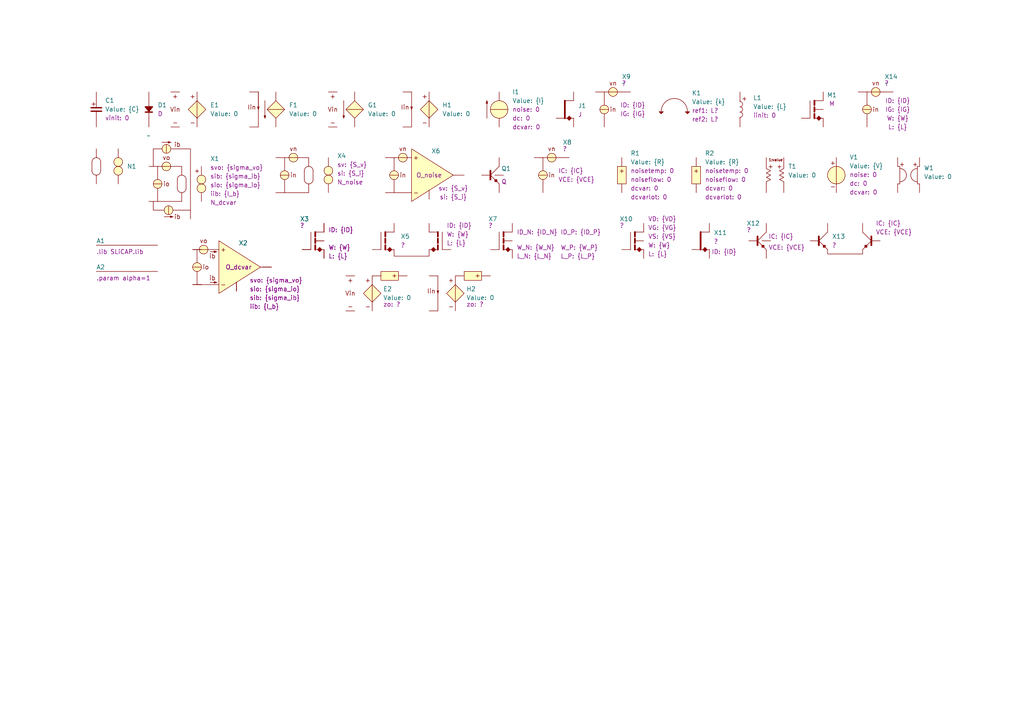
<source format=kicad_sch>
(kicad_sch (version 20230121) (generator eeschema)
  (paper "A4")
  (title_block (title "SLiCAP symbols"))
  (lib_symbols
    (symbol "SLiCAP:C" (pin_numbers hide) (pin_names (offset 1.016) hide)
      (property "Reference" "C?" (at 2.54 3.81 0))
      (property "Value" "{C}" (at 2.54 1.27 0) (show_name))
      (property "vinit" "0" (at 2.54 -1.27 0) (show_name))
      (symbol "C_0_0"
        (text "+" (at -0.762 1.651 0) (effects (font (size 1.27 1.27))))
        (pin passive line (at 0 -5.08 90) (length 2.54) (name "1") (number "1"))
        (pin passive line (at 0 5.08 270) (length 2.54) (name "2") (number "2"))
      )
      (symbol "C_0_1"
        (polyline (pts (xy -1.524 -0.508) (xy 1.524 -0.508)) (stroke (width 0.381)))
        (polyline (pts (xy -1.524 0.508) (xy 1.524 0.508)) (stroke (width 0.381)))
        (polyline (pts (xy 0 -2.54) (xy 0 -0.508)))
        (polyline (pts (xy 0 2.54) (xy 0 0.508)))
      )
    )
    (symbol "SLiCAP:Command" (pin_numbers hide) (pin_names (offset 0) hide)
      (property "Reference" "A?" (at 0 1.27 0))
      (property "command" "?" (at 0 -1.905 0))
      (symbol "Command_0_1"
        (polyline (pts (xy 0 0) (xy 17.78 0)))
      )
    )
    (symbol "SLiCAP:D" (pin_numbers hide) (pin_names (offset 1.016) hide)
      (property "Reference" "D?" (at 1.905 1.27 0))
      (property "model" "D" (at 1.905 -1.27 0))
      (symbol "D_0_0"
        (pin passive line (at 0 -5.08 90) (length 2.54) (name "1") (number "1"))
        (pin passive line (at 0 5.08 270) (length 2.54) (name "2") (number "2"))
      )
      (symbol "D_0_1"
        (polyline (pts (xy -1.016 -0.762) (xy 1.016 -0.762)) (stroke (width 0.381)))
        (polyline (pts (xy 0 -2.54) (xy 0 -0.508)))
        (polyline (pts (xy 0 2.54) (xy 0 0.762) (xy 0 1.016)))
        (polyline (pts (xy 0 -0.508) (xy -1.016 0.762) (xy 1.016 0.762) (xy 0 -0.508)) (stroke (width 0.381)) (fill (type outline)))
      )
    )
    (symbol "SLiCAP:E" (pin_numbers hide) (pin_names (offset 0) hide)
      (property "Reference" "E?" (at 3.175 1.27 0))
      (property "Value" "0" (at 3.175 -1.27 0) (show_name))
      (symbol "E_0_0"
        (text "+" (at -6.35 3.81 0) (effects (font (size 1.27 1.27))))
        (text "+" (at -1.27 3.81 0) (effects (font (size 1.27 1.27))))
        (text "-" (at -6.35 -3.81 0) (effects (font (size 1.27 1.27))))
        (text "-" (at -1.27 -3.81 0) (effects (font (size 1.27 1.27))))
      )
      (symbol "E_0_1"
        (polyline (pts (xy 0 2.54) (xy 0 -2.54)))
      )
      (symbol "E_1_0"
        (pin power_out line (at 0 5.08 270) (length 2.54) (name "outP") (number "1"))
        (pin power_out line (at 0 -5.08 90) (length 2.54) (name "outN") (number "2"))
      )
      (symbol "E_1_1"
        (polyline (pts (xy 0 2.54) (xy -2.54 0) (xy 0 -2.54) (xy 2.54 0) (xy 0 2.54)) (fill (type background)))
        (text "Vin" (at -6.35 0 0) (effects (font (size 1.27 1.27))))
        (pin input line (at -7.62 5.08 0) (length 2.54) (name "inp") (number "3"))
        (pin input line (at -7.62 -5.08 0) (length 2.54) (name "inN") (number "4"))
      )
    )
    (symbol "SLiCAP:EZ" (pin_numbers hide) (pin_names (offset 0) hide)
      (property "Reference" "E?" (at 3.175 1.27 0))
      (property "Value" "0" (at 3.175 -1.27 0) (show_name))
      (property "zo" "?" (at 3.175 -3.175 0) (show_name))
      (symbol "EZ_0_0"
        (text "+" (at -6.35 3.81 0) (effects (font (size 1.27 1.27))))
        (text "+" (at -1.27 3.81 0) (effects (font (size 1.27 1.27))))
        (text "+" (at 6.35 5.08 900) (effects (font (size 1.27 1.27))))
        (text "-" (at -6.35 -3.81 0) (effects (font (size 1.27 1.27))))
        (text "-" (at -1.27 -3.81 0) (effects (font (size 1.27 1.27))))
      )
      (symbol "EZ_0_1"
        (polyline (pts (xy 0 2.54) (xy 0 -2.54)))
        (polyline (pts (xy 0 2.54) (xy 0 5.08) (xy 2.54 5.08)))
      )
      (symbol "EZ_1_0"
        (pin power_out line (at 10.16 5.08 180) (length 2.54) (name "outP") (number "1"))
        (pin power_out line (at 0 -5.08 90) (length 2.54) (name "outN") (number "2"))
      )
      (symbol "EZ_1_1"
        (polyline (pts (xy 0 2.54) (xy -2.54 0) (xy 0 -2.54) (xy 2.54 0) (xy 0 2.54)) (fill (type background)))
        (rectangle (start 2.54 6.35) (end 7.62 3.81) (fill (type background)))
        (text "Vin" (at -6.35 0 0) (effects (font (size 1.27 1.27))))
        (pin input line (at -7.62 5.08 0) (length 2.54) (name "inp") (number "3"))
        (pin input line (at -7.62 -5.08 0) (length 2.54) (name "inN") (number "4"))
      )
    )
    (symbol "SLiCAP:F" (pin_numbers hide) (pin_names (offset 0) hide)
      (property "Reference" "F?" (at 3.175 1.27 0))
      (property "Value" "0" (at 3.175 -1.27 0) (show_name))
      (symbol "F_0_1"
        (polyline (pts (xy -5.08 0) (xy -5.08 5.08)))
        (polyline (pts (xy -5.08 5.08) (xy -5.08 -5.08)))
        (polyline (pts (xy -3.175 -2.54) (xy -3.175 2.54)))
        (polyline (pts (xy -2.54 0) (xy 2.54 0)))
        (polyline (pts (xy -5.08 0) (xy -5.334 0.762) (xy -4.826 0.762) (xy -5.08 0)) (fill (type outline)))
        (polyline (pts (xy -3.175 -2.54) (xy -3.429 -1.778) (xy -2.921 -1.778) (xy -3.175 -2.54)) (fill (type outline)))
      )
      (symbol "F_1_0"
        (pin power_out line (at 0 5.08 270) (length 2.54) (name "outP") (number "1"))
        (pin power_out line (at 0 -5.08 90) (length 2.54) (name "outN") (number "2"))
      )
      (symbol "F_1_1"
        (polyline (pts (xy 0 2.54) (xy -2.54 0) (xy 0 -2.54) (xy 2.54 0) (xy 0 2.54)) (fill (type background)))
        (text "Iin" (at -6.985 0.635 0) (effects (font (size 1.27 1.27))))
        (pin input line (at -7.62 5.08 0) (length 2.54) (name "inp") (number "3"))
        (pin input line (at -7.62 -5.08 0) (length 2.54) (name "inN") (number "4"))
      )
    )
    (symbol "SLiCAP:G" (pin_numbers hide) (pin_names (offset 0) hide)
      (property "Reference" "G?" (at 3.175 1.27 0))
      (property "Value" "0" (at 3.175 -1.27 0) (show_name))
      (symbol "G_0_0"
        (text "+" (at -6.35 3.81 0) (effects (font (size 1.27 1.27))))
        (text "-" (at -6.35 -3.81 0) (effects (font (size 1.27 1.27))))
        (pin power_out line (at 0 5.08 270) (length 2.54) (name "p") (number "1"))
      )
      (symbol "G_0_1"
        (polyline (pts (xy -3.175 -2.54) (xy -3.175 2.54)))
        (polyline (pts (xy 2.54 0) (xy -2.54 0)))
        (polyline (pts (xy -3.175 -2.54) (xy -3.429 -1.778) (xy -2.921 -1.778) (xy -3.175 -2.54)) (fill (type outline)))
      )
      (symbol "G_1_0"
        (pin power_out line (at 0 -5.08 90) (length 2.54) (name "outN") (number "2"))
      )
      (symbol "G_1_1"
        (polyline (pts (xy 0 2.54) (xy -2.54 0) (xy 0 -2.54) (xy 2.54 0) (xy 0 2.54)) (fill (type background)))
        (text "Vin" (at -6.35 0 0) (effects (font (size 1.27 1.27))))
        (pin input line (at -7.62 5.08 0) (length 2.54) (name "inp") (number "3"))
        (pin input line (at -7.62 -5.08 0) (length 2.54) (name "inN") (number "4"))
      )
    )
    (symbol "SLiCAP:H" (pin_numbers hide) (pin_names (offset 0) hide)
      (property "Reference" "H?" (at 3.175 1.27 0))
      (property "Value" "0" (at 3.175 -1.27 0) (show_name))
      (symbol "H_0_0"
        (text "+" (at -1.27 3.81 0) (effects (font (size 1.27 1.27))))
        (text "-" (at -1.27 -3.81 0) (effects (font (size 1.27 1.27))))
      )
      (symbol "H_0_1"
        (polyline (pts (xy -5.08 0) (xy -5.08 -5.08)))
        (polyline (pts (xy -5.08 0) (xy -5.08 5.08)))
        (polyline (pts (xy 0 2.54) (xy 0 -2.54)))
        (polyline (pts (xy -5.08 0) (xy -5.334 0.762) (xy -4.826 0.762) (xy -5.08 0)) (fill (type outline)))
      )
      (symbol "H_1_0"
        (pin power_out line (at 0 5.08 270) (length 2.54) (name "outP") (number "1"))
        (pin power_out line (at 0 -5.08 90) (length 2.54) (name "outN") (number "2"))
      )
      (symbol "H_1_1"
        (polyline (pts (xy 0 2.54) (xy -2.54 0) (xy 0 -2.54) (xy 2.54 0) (xy 0 2.54)) (fill (type background)))
        (text "Iin" (at -6.985 0.635 0) (effects (font (size 1.27 1.27))))
        (pin input line (at -7.62 5.08 0) (length 2.54) (name "inp") (number "3"))
        (pin input line (at -7.62 -5.08 0) (length 2.54) (name "inN") (number "4"))
      )
    )
    (symbol "SLiCAP:HZ" (pin_numbers hide) (pin_names (offset 0) hide)
      (property "Reference" "H?" (at 3.175 1.27 0))
      (property "Value" "0" (at 3.175 -1.27 0) (show_name))
      (property "zo" "?" (at 3.175 -3.175 0) (show_name))
      (symbol "HZ_0_0"
        (text "+" (at -1.27 3.81 0) (effects (font (size 1.27 1.27))))
        (text "+" (at 6.35 5.08 900) (effects (font (size 1.27 1.27))))
        (text "-" (at -1.27 -3.81 0) (effects (font (size 1.27 1.27))))
      )
      (symbol "HZ_0_1"
        (polyline (pts (xy -5.08 0) (xy -5.08 -5.08)))
        (polyline (pts (xy -5.08 0) (xy -5.08 5.08)))
        (polyline (pts (xy 0 2.54) (xy 0 -2.54)))
        (polyline (pts (xy 0 2.54) (xy 0 5.08) (xy 2.54 5.08)))
        (polyline (pts (xy -5.08 0) (xy -5.334 0.762) (xy -4.826 0.762) (xy -5.08 0)) (fill (type outline)))
      )
      (symbol "HZ_1_0"
        (pin power_out line (at 10.16 5.08 180) (length 2.54) (name "outP") (number "1"))
        (pin power_out line (at 0 -5.08 90) (length 2.54) (name "outN") (number "2"))
      )
      (symbol "HZ_1_1"
        (polyline (pts (xy 0 2.54) (xy -2.54 0) (xy 0 -2.54) (xy 2.54 0) (xy 0 2.54)) (fill (type background)))
        (rectangle (start 2.54 6.35) (end 7.62 3.81) (fill (type background)))
        (text "Iin" (at -6.985 0.635 0) (effects (font (size 1.27 1.27))))
        (pin input line (at -7.62 5.08 0) (length 2.54) (name "inp") (number "3"))
        (pin input line (at -7.62 -5.08 0) (length 2.54) (name "inN") (number "4"))
      )
    )
    (symbol "SLiCAP:I" (pin_numbers hide) (pin_names (offset 0) hide)
      (property "Reference" "I?" (at 3.81 4.445 0))
      (property "Value" "{I}" (at 3.81 2.54 0) (show_name))
      (property "noise" "0" (at 3.81 -3.175 0) (show_name))
      (property "dc" "0" (at 3.81 0.635 0) (show_name))
      (property "dcvar" "0" (at 3.81 -1.27 0) (show_name))
      (symbol "I_0_0"
        (pin power_out line (at 0 5.08 270) (length 2.54) (name "p") (number "1"))
        (pin power_out line (at 0 -5.08 90) (length 2.54) (name "n") (number "2"))
      )
      (symbol "I_0_1"
        (polyline (pts (xy -3.556 2.54) (xy -3.556 -2.54)))
        (polyline (pts (xy -2.54 0) (xy 2.54 0)))
        (polyline (pts (xy -3.556 2.54) (xy -3.81 1.778) (xy -3.302 1.778) (xy -3.556 2.54)) (fill (type outline)))
      )
      (symbol "I_1_0"
        (circle (center 0 0) (radius 2.54) (fill (type background)))
      )
    )
    (symbol "SLiCAP:J" (pin_numbers hide) (pin_names (offset 0) hide)
      (property "Reference" "J?" (at 0.635 1.27 0))
      (property "model" "J" (at 0.635 -1.27 0))
      (symbol "J_0_1"
        (polyline (pts (xy -1.905 -2.54) (xy -1.27 -1.905) (xy -1.27 -3.175) (xy -1.905 -2.54)) (fill (type outline)))
        (polyline (pts (xy -0.635 -2.54) (xy -1.27 -1.905) (xy -1.27 -3.175) (xy -0.635 -2.54)) (fill (type outline)))
      )
      (symbol "J_1_0"
        (pin unspecified line (at 0 5.08 270) (length 2.54) (name "D") (number "1"))
        (pin unspecified line (at -5.08 -2.54 0) (length 2.54) (name "G") (number "2"))
        (pin unspecified line (at 0 -5.08 90) (length 2.54) (name "S") (number "3"))
      )
      (symbol "J_1_1"
        (polyline (pts (xy -2.54 -2.54) (xy -2.54 2.54)) (stroke (width 0.5)))
        (polyline (pts (xy 0 -2.54) (xy -2.54 -2.54)))
        (polyline (pts (xy 0 2.54) (xy -2.54 2.54)))
      )
    )
    (symbol "SLiCAP:J_noise" (pin_numbers hide) (pin_names (offset 0) hide)
      (property "Reference" "X?" (at 5.08 9.525 0))
      (property "ID" "{ID}" (at 8.255 1.27 0) (show_name))
      (property "IG" "{IG}" (at 8.255 -1.27 0) (show_name))
      (property "model" "?" (at 5.715 7.62 0))
      (symbol "J_noise_0_0"
        (polyline (pts (xy 0 -1.27) (xy 0 -2.54)))
        (polyline (pts (xy 0 5.08) (xy 0 1.27)))
        (polyline (pts (xy 0 5.08) (xy 5.08 5.08)))
      )
      (symbol "J_noise_0_1"
        (polyline (pts (xy -1.27 0) (xy 1.27 0)))
      )
      (symbol "J_noise_1_0"
        (pin bidirectional line (at 7.62 5.08 180) (length 2.54) (name "int") (number "3"))
      )
      (symbol "J_noise_1_1"
        (circle (center 0 0) (radius 1.27) (fill (type background)))
        (circle (center 2.54 5.08) (radius 1.27) (fill (type background)))
        (text "in" (at 2.54 0 0) (effects (font (size 1.27 1.27))))
        (text "vn" (at 2.54 7.62 0) (effects (font (size 1.27 1.27))))
        (pin bidirectional line (at -2.54 5.08 0) (length 2.54) (name "ext") (number "1"))
        (pin bidirectional line (at 0 -5.08 90) (length 2.54) (name "comm") (number "2"))
      )
    )
    (symbol "SLiCAP:K" (pin_numbers hide) (pin_names (offset 0) hide)
      (property "Reference" "K?" (at -4.445 7.62 0))
      (property "Value" "{k}" (at -4.445 5.715 0) (show_name))
      (property "ref1" "L?" (at -10.16 -1.905 0) (show_name))
      (property "ref2" "L?" (at 1.27 -1.905 0) (show_name))
      (symbol "K_0_1"
        (polyline (pts (xy -3.81 0) (xy -3.175 0.635) (xy -4.445 0.635) (xy -3.81 0)) (fill (type outline)))
        (polyline (pts (xy 3.81 0) (xy 3.175 0.635) (xy 4.445 0.635) (xy 3.81 0)) (fill (type outline)))
        (arc (start 0 4.445) (mid -2.6941 3.3291) (end -3.81 0.635))
        (arc (start 3.81 0.635) (mid 2.6941 3.3291) (end 0 4.445))
      )
    )
    (symbol "SLiCAP:L" (pin_numbers hide) (pin_names (offset 1.016) hide)
      (property "Reference" "L?" (at 3.81 3.81 0))
      (property "Value" "{L}" (at 2.54 1.27 0) (show_name))
      (property "iinit" "0" (at 5.715 -1.27 0) (show_name))
      (symbol "L_0_0"
        (text "+" (at 1.27 3.175 0) (effects (font (size 1.27 1.27))))
        (pin passive line (at 0 -5.08 90) (length 2.54) (name "1") (number "1"))
        (pin passive line (at 0 5.08 270) (length 2.54) (name "2") (number "2"))
      )
      (symbol "L_0_1"
        (arc (start 0 -2.286) (mid 0.759 -1.524) (end 0 -0.762))
        (arc (start 0 -0.762) (mid 0.759 0) (end 0 0.762))
        (polyline (pts (xy 0 -2.54) (xy 0 -2.286)))
        (polyline (pts (xy 0 2.286) (xy 0 2.54)))
        (arc (start 0 0.762) (mid 0.759 1.524) (end 0 2.286))
      )
    )
    (symbol "SLiCAP:M" (pin_numbers hide) (pin_names (offset 0) hide)
      (property "Reference" "M?" (at 0.635 1.905 0))
      (property "model" "M" (at 0.635 -1.905 0))
      (symbol "M_0_1"
        (polyline (pts (xy -3.81 -2.54) (xy -3.81 2.54)))
        (polyline (pts (xy -1.905 -2.54) (xy -1.27 -1.905) (xy -1.27 -3.175) (xy -1.905 -2.54)) (fill (type outline)))
        (polyline (pts (xy -0.635 -2.54) (xy -1.27 -1.905) (xy -1.27 -3.175) (xy -0.635 -2.54)) (fill (type outline)))
      )
      (symbol "M_1_0"
        (pin unspecified line (at 0 5.08 270) (length 2.54) (name "D") (number "1"))
        (pin unspecified line (at -6.35 -2.54 0) (length 2.54) (name "G") (number "2"))
        (pin unspecified line (at 0 -5.08 90) (length 2.54) (name "S") (number "3"))
        (pin unspecified line (at 0 0 180) (length 2.54) (name "4") (number "B"))
      )
      (symbol "M_1_1"
        (polyline (pts (xy -2.54 -2.54) (xy -2.54 -1.27)) (stroke (width 0.5)))
        (polyline (pts (xy -2.54 -0.635) (xy -2.54 0.635)) (stroke (width 0.5)))
        (polyline (pts (xy -2.54 1.27) (xy -2.54 2.54)) (stroke (width 0.5)))
        (polyline (pts (xy 0 -2.54) (xy -2.54 -2.54)))
        (polyline (pts (xy 0 2.54) (xy -2.54 2.54)))
      )
    )
    (symbol "SLiCAP:M_noise" (pin_numbers hide) (pin_names (offset 0) hide)
      (property "Reference" "X?" (at 2.54 9.525 0))
      (property "ID" "{ID}" (at 6.35 2.54 0) (show_name))
      (property "IG" "{IG}" (at 6.35 0 0) (show_name))
      (property "W" "{W}" (at 6.35 -2.54 0) (show_name))
      (property "L" "{L}" (at 6.35 -5.08 0) (show_name))
      (property "model" "?" (at 3.175 7.62 0))
      (symbol "M_noise_0_0"
        (polyline (pts (xy -2.54 -1.27) (xy -2.54 -2.54)))
        (polyline (pts (xy -2.54 5.08) (xy -2.54 1.27)))
        (polyline (pts (xy -2.54 5.08) (xy 2.54 5.08)))
      )
      (symbol "M_noise_0_1"
        (polyline (pts (xy -3.81 0) (xy -1.27 0)))
      )
      (symbol "M_noise_1_0"
        (pin bidirectional line (at 5.08 5.08 180) (length 2.54) (name "int") (number "3"))
      )
      (symbol "M_noise_1_1"
        (circle (center -2.54 0) (radius 1.27) (fill (type background)))
        (circle (center 0 5.08) (radius 1.27) (fill (type background)))
        (text "in" (at 0 0 0) (effects (font (size 1.27 1.27))))
        (text "vn" (at 0 7.62 0) (effects (font (size 1.27 1.27))))
        (pin bidirectional line (at -5.08 5.08 0) (length 2.54) (name "ext") (number "1"))
        (pin bidirectional line (at -2.54 -5.08 90) (length 2.54) (name "comm") (number "2"))
      )
    )
    (symbol "SLiCAP:N" (pin_numbers hide) (pin_names (offset 0) hide)
      (property "Reference" "N?" (at 1.905 0 0))
      (symbol "N_0_1"
        (arc (start -7.62 -1.27) (mid -7.248 -2.168) (end -6.35 -2.54))
        (arc (start -6.35 -2.54) (mid -5.452 -2.168) (end -5.08 -1.27))
        (arc (start -6.3499 2.5401) (mid -7.2479 2.1681) (end -7.6199 1.2701))
        (arc (start -5.0799 1.2701) (mid -5.4519 2.1681) (end -6.3499 2.5401))
        (polyline (pts (xy -7.62 1.27) (xy -7.62 -1.27)))
      )
      (symbol "N_1_0"
        (pin power_out line (at 0 5.08 270) (length 2.54) (name "outP") (number "1"))
        (pin power_out line (at 0 -5.08 90) (length 2.54) (name "outN") (number "2"))
      )
      (symbol "N_1_1"
        (circle (center 0 -1.27) (radius 1.27) (fill (type background)))
        (polyline (pts (xy -5.08 1.27) (xy -5.08 -1.27)) (fill (type background)))
        (circle (center 0 1.27) (radius 1.27) (fill (type background)))
        (pin input line (at -6.35 5.08 270) (length 2.54) (name "inp") (number "3"))
        (pin input line (at -6.35 -5.08 90) (length 2.54) (name "inN") (number "4"))
      )
    )
    (symbol "SLiCAP:N_dcvar" (pin_numbers hide) (pin_names (offset 0) hide)
      (property "Reference" "X?" (at -14.605 16.51 0))
      (property "svo" "{sigma_vo}" (at 10.16 3.81 0) (show_name))
      (property "sib" "{sigma_ib}" (at 10.16 1.27 0) (show_name))
      (property "sio" "{sigma_io}" (at 10.16 -1.27 0) (show_name))
      (property "iib" "{I_b}" (at 7.62 -3.81 0) (show_name))
      (property "model" "N_dcvar" (at -10.795 13.97 0))
      (symbol "N_dcvar_0_0"
        (polyline (pts (xy -10.16 11.43) (xy -10.16 8.89)))
        (polyline (pts (xy -9.525 -6.35) (xy -9.525 -8.89)))
        (polyline (pts (xy -11.43 10.16) (xy -13.97 10.16) (xy -13.97 5.08)))
        (polyline (pts (xy -10.795 -7.62) (xy -13.97 -7.62) (xy -13.97 -5.08)))
        (polyline (pts (xy -8.89 10.16) (xy -3.175 10.16) (xy -3.175 -7.62) (xy -8.255 -7.62)))
      )
      (symbol "N_dcvar_0_1"
        (arc (start -6.985 -1.27) (mid -6.613 -2.168) (end -5.715 -2.54))
        (arc (start -5.715 -2.54) (mid -4.817 -2.168) (end -4.445 -1.27))
        (arc (start -5.7149 2.5401) (mid -6.6129 2.1681) (end -6.9849 1.2701))
        (arc (start -4.4449 1.2701) (mid -4.8169 2.1681) (end -5.7149 2.5401))
        (polyline (pts (xy -13.97 0) (xy -11.43 0)))
        (polyline (pts (xy -8.89 12.065) (xy -11.43 12.065)))
        (polyline (pts (xy -8.255 -9.525) (xy -10.795 -9.525)))
        (polyline (pts (xy -6.985 1.27) (xy -6.985 -1.27)))
        (polyline (pts (xy -4.445 1.27) (xy -4.445 -1.27)))
        (polyline (pts (xy -12.7 -1.27) (xy -12.7 -5.08) (xy -5.715 -5.08) (xy -5.715 -2.54)))
        (polyline (pts (xy -8.89 12.065) (xy -9.652 12.319) (xy -9.652 11.811) (xy -8.89 12.065)) (fill (type outline)))
        (polyline (pts (xy -8.255 -9.525) (xy -9.017 -9.271) (xy -9.017 -9.779) (xy -8.255 -9.525)) (fill (type outline)))
        (polyline (pts (xy -5.715 2.54) (xy -5.715 5.08) (xy -12.7 5.08) (xy -12.7 1.27)))
      )
      (symbol "N_dcvar_1_0"
        (pin power_out line (at 0 5.08 270) (length 2.54) (name "outP") (number "3"))
        (pin power_out line (at 0 -5.08 90) (length 2.54) (name "outN") (number "4"))
        (pin power_out line (at -3.175 -10.16 90) (length 2.54) (name "bias") (number "5"))
      )
      (symbol "N_dcvar_1_1"
        (circle (center -12.7 0) (radius 1.27) (fill (type background)))
        (circle (center -10.16 5.08) (radius 1.27) (fill (type background)))
        (circle (center -10.16 10.16) (radius 1.27) (fill (type background)))
        (circle (center -9.525 -7.62) (radius 1.27) (fill (type background)))
        (circle (center 0 -1.27) (radius 1.27) (fill (type background)))
        (circle (center 0 1.27) (radius 1.27) (fill (type background)))
        (text "+" (at -1.27 3.81 0) (effects (font (size 1.27 1.27))))
        (text "ib" (at -6.985 -9.525 0) (effects (font (size 1.27 1.27))))
        (text "ib" (at -6.985 11.43 0) (effects (font (size 1.27 1.27))))
        (text "io" (at -10.16 0 0) (effects (font (size 1.27 1.27))))
        (text "vo" (at -10.16 7.62 0) (effects (font (size 1.27 1.27))))
        (pin input line (at -15.24 5.08 0) (length 2.54) (name "inp") (number "1"))
        (pin input line (at -15.24 -5.08 0) (length 2.54) (name "inN") (number "2"))
      )
    )
    (symbol "SLiCAP:N_noise" (pin_numbers hide) (pin_names (offset 0) hide)
      (property "Reference" "X?" (at 1.905 1.27 0))
      (property "sv" "{S_v}" (at -8.255 13.335 0) (show_name))
      (property "si" "{S_i}" (at -8.255 10.795 0) (show_name))
      (property "model" "N_noise" (at 5.715 -1.27 0))
      (symbol "N_noise_0_1"
        (arc (start -6.985 -1.27) (mid -6.613 -2.168) (end -5.715 -2.54))
        (arc (start -5.715 -2.54) (mid -4.817 -2.168) (end -4.445 -1.27))
        (arc (start -5.7149 2.5401) (mid -6.6129 2.1681) (end -6.9849 1.2701))
        (arc (start -4.4449 1.2701) (mid -4.8169 2.1681) (end -5.7149 2.5401))
        (polyline (pts (xy -13.97 0) (xy -11.43 0)))
        (polyline (pts (xy -6.985 1.27) (xy -6.985 -1.27)))
        (polyline (pts (xy -4.445 1.27) (xy -4.445 -1.27)))
        (polyline (pts (xy -12.7 -1.27) (xy -12.7 -5.08) (xy -5.715 -5.08) (xy -5.715 -2.54)))
        (polyline (pts (xy -5.715 2.54) (xy -5.715 5.08) (xy -12.7 5.08) (xy -12.7 1.27)))
      )
      (symbol "N_noise_1_0"
        (pin power_out line (at 0 5.08 270) (length 2.54) (name "outP") (number "3"))
        (pin power_out line (at 0 -5.08 90) (length 2.54) (name "outN") (number "4"))
      )
      (symbol "N_noise_1_1"
        (circle (center -12.7 0) (radius 1.27) (fill (type background)))
        (circle (center -10.16 5.08) (radius 1.27) (fill (type background)))
        (circle (center 0 -1.27) (radius 1.27) (fill (type background)))
        (circle (center 0 1.27) (radius 1.27) (fill (type background)))
        (text "in" (at -10.16 0 0) (effects (font (size 1.27 1.27))))
        (text "vn" (at -10.16 7.62 0) (effects (font (size 1.27 1.27))))
        (pin input line (at -15.24 5.08 0) (length 2.54) (name "inp") (number "1"))
        (pin input line (at -15.24 -5.08 0) (length 2.54) (name "inN") (number "2"))
      )
    )
    (symbol "SLiCAP:O_dcvar" (pin_numbers hide) (pin_names (offset 0) hide)
      (property "Reference" "X?" (at 0.635 6.985 0))
      (property "svo" "{sigma_vo}" (at 3.81 -3.81 0) (show_name))
      (property "sio" "{sigma_io}" (at 3.81 -6.35 0) (show_name))
      (property "model" "O_dcvar" (at 0.635 0 0))
      (property "sib" "{sigma_ib}" (at 3.81 -8.89 0) (show_name))
      (property "iib" "{I_b}" (at 3.81 -11.43 0) (show_name))
      (symbol "O_dcvar_0_1"
        (polyline (pts (xy -12.7 0) (xy -10.16 0)))
        (polyline (pts (xy -5.715 -4.445) (xy -7.62 -4.445)))
        (polyline (pts (xy -5.715 4.445) (xy -7.62 4.445)))
        (polyline (pts (xy 7.62 0) (xy 6.985 0)))
        (polyline (pts (xy -11.43 -1.27) (xy -11.43 -5.08) (xy -5.08 -5.08)))
        (polyline (pts (xy -5.715 -4.445) (xy -6.477 -4.191) (xy -6.477 -4.699) (xy -5.715 -4.445)) (fill (type outline)))
        (polyline (pts (xy -5.715 4.445) (xy -6.477 4.699) (xy -6.477 4.191) (xy -5.715 4.445)) (fill (type outline)))
      )
      (symbol "O_dcvar_1_0"
        (pin power_out line (at 10.16 0 180) (length 2.54) (name "outP") (number "3"))
        (pin power_out line (at 0 -6.985 90) (length 2.54) (name "outN") (number "4"))
      )
      (symbol "O_dcvar_1_1"
        (circle (center -11.43 0) (radius 1.27) (fill (type background)))
        (circle (center -9.525 5.08) (radius 1.27) (fill (type background)))
        (polyline (pts (xy -11.43 1.27) (xy -11.43 5.08)))
        (polyline (pts (xy -10.16 5.08) (xy -5.08 5.08)))
        (polyline (pts (xy 6.985 0) (xy -5.08 7.62) (xy -5.08 -7.62) (xy 6.985 0)) (fill (type background)))
        (text "+" (at -3.81 5.08 0) (effects (font (size 1.27 1.27))))
        (text "-" (at -3.81 -5.08 0) (effects (font (size 1.27 1.27))))
        (text "ib" (at -6.985 -3.175 0) (effects (font (size 1.27 1.27))))
        (text "ib" (at -6.985 3.175 0) (effects (font (size 1.27 1.27))))
        (text "io" (at -8.89 0 0) (effects (font (size 1.27 1.27))))
        (text "vo" (at -9.525 7.62 0) (effects (font (size 1.27 1.27))))
        (pin input line (at -12.7 5.08 0) (length 2.54) (name "inp") (number "1"))
        (pin input line (at -12.7 -5.08 0) (length 2.54) (name "inN") (number "2"))
      )
    )
    (symbol "SLiCAP:O_noise" (pin_numbers hide) (pin_names (offset 0) hide)
      (property "Reference" "X?" (at 0.635 6.985 0))
      (property "sv" "{S_v}" (at 6.985 -3.81 0) (show_name))
      (property "si" "{S_i}" (at 6.985 -6.35 0) (show_name))
      (property "model" "O_noise" (at 0 0 0))
      (symbol "O_noise_0_1"
        (polyline (pts (xy -11.43 0) (xy -8.89 0)))
        (polyline (pts (xy 7.62 0) (xy 6.985 0)))
      )
      (symbol "O_noise_1_0"
        (pin power_out line (at 10.16 0 180) (length 2.54) (name "outP") (number "3"))
        (pin power_out line (at 0 -6.985 90) (length 2.54) (name "outN") (number "4"))
      )
      (symbol "O_noise_1_1"
        (circle (center -10.16 0) (radius 1.27) (fill (type background)))
        (circle (center -7.62 5.08) (radius 1.27) (fill (type background)))
        (polyline (pts (xy -10.16 1.27) (xy -10.16 5.08)))
        (polyline (pts (xy -10.16 5.08) (xy -5.08 5.08)))
        (polyline (pts (xy -10.16 -1.27) (xy -10.16 -5.08) (xy -5.08 -5.08)))
        (polyline (pts (xy 6.985 0) (xy -5.08 7.62) (xy -5.08 -7.62) (xy 6.985 0)) (fill (type background)))
        (text "+" (at -3.81 5.08 0) (effects (font (size 1.27 1.27))))
        (text "-" (at -3.81 -5.08 0) (effects (font (size 1.27 1.27))))
        (text "in" (at -7.62 0 0) (effects (font (size 1.27 1.27))))
        (text "vn" (at -7.62 7.62 0) (effects (font (size 1.27 1.27))))
        (pin input line (at -12.7 5.08 0) (length 2.54) (name "inp") (number "1"))
        (pin input line (at -12.7 -5.08 0) (length 2.54) (name "inN") (number "2"))
      )
    )
    (symbol "SLiCAP:Q" (pin_numbers hide) (pin_names (offset 0) hide)
      (property "Reference" "Q?" (at 0.635 1.905 0))
      (property "model" "Q" (at 0.635 -1.905 0))
      (symbol "Q_0_1"
        (polyline (pts (xy -1.27 -1.27) (xy -1.27 -1.27) (xy -1.27 -1.905) (xy -0.635 -1.905) (xy -0.635 -1.27) (xy -0.635 -1.27) (xy -1.27 -1.27)) (fill (type outline)))
      )
      (symbol "Q_1_0"
        (pin unspecified line (at 0 5.08 270) (length 2.54) (name "C") (number "1"))
        (pin unspecified line (at -5.08 0 0) (length 2.54) (name "B") (number "2"))
        (pin unspecified line (at 0 -5.08 90) (length 2.54) (name "E") (number "3"))
        (pin unspecified line (at 1.27 0 180) (length 2.54) (name "S") (number "4"))
      )
      (symbol "Q_1_1"
        (polyline (pts (xy -2.54 -1.27) (xy -2.54 1.27)) (stroke (width 0.5)))
        (polyline (pts (xy 0 -2.54) (xy -2.54 0)))
        (polyline (pts (xy 0 2.54) (xy -2.54 0) (xy -2.54 0)))
      )
    )
    (symbol "SLiCAP:Q_noise" (pin_numbers hide) (pin_names (offset 0) hide)
      (property "Reference" "X?" (at 5.715 9.525 0))
      (property "IC" "{IC}" (at 4.445 1.27 0) (show_name))
      (property "VCE" "{VCE}" (at 4.445 -1.27 0) (show_name))
      (property "model" "?" (at 6.35 7.62 0))
      (symbol "Q_noise_0_0"
        (polyline (pts (xy 0 -1.27) (xy 0 -2.54)))
        (polyline (pts (xy 0 5.08) (xy 0 1.27)))
        (polyline (pts (xy 0 5.08) (xy 5.08 5.08)))
      )
      (symbol "Q_noise_0_1"
        (polyline (pts (xy -1.27 0) (xy 1.27 0)))
      )
      (symbol "Q_noise_1_0"
        (pin bidirectional line (at 7.62 5.08 180) (length 2.54) (name "int") (number "3"))
      )
      (symbol "Q_noise_1_1"
        (circle (center 0 0) (radius 1.27) (fill (type background)))
        (circle (center 2.54 5.08) (radius 1.27) (fill (type background)))
        (text "in" (at 2.54 0 0) (effects (font (size 1.27 1.27))))
        (text "vn" (at 2.54 7.62 0) (effects (font (size 1.27 1.27))))
        (pin bidirectional line (at -2.54 5.08 0) (length 2.54) (name "ext") (number "1"))
        (pin bidirectional line (at 0 -5.08 90) (length 2.54) (name "comm") (number "2"))
      )
    )
    (symbol "SLiCAP:R" (pin_numbers hide) (pin_names (offset 1.016) hide)
      (property "Reference" "R?" (at 1.905 3.81 0))
      (property "Value" "{R}" (at 1.905 1.905 0) (show_name))
      (property "noisetemp" "0" (at 1.905 0 0) (show_name))
      (property "noiseflow" "0" (at 15.24 0 0) (show_name))
      (property "dcvar" "0" (at 1.905 -1.905 0) (show_name))
      (property "dcvarlot" "0" (at 15.24 -1.905 0) (show_name))
      (symbol "R_0_0"
        (text "+" (at 0 1.27 0) (effects (font (size 1.27 1.27))))
        (pin passive line (at 0 -5.08 90) (length 2.54) (name "1") (number "1"))
        (pin passive line (at 0 5.08 270) (length 2.54) (name "2") (number "2"))
      )
      (symbol "R_1_1"
        (rectangle (start -1.27 2.54) (end 1.27 -2.54) (fill (type background)))
      )
    )
    (symbol "SLiCAP:T" (pin_numbers hide) (pin_names (offset 0) hide)
      (property "Reference" "T?" (at 1.27 0.635 0))
      (property "Value" "0" (at 1.27 -1.27 0) (show_name))
      (symbol "T_0_0"
        (polyline (pts (xy -5.08 2.54) (xy -5.08 1.905) (xy -3.81 1.27) (xy -5.08 0.635) (xy -3.81 0) (xy -5.08 -0.635) (xy -3.81 -1.27) (xy -5.08 -1.905) (xy -5.08 -2.54)))
        (polyline (pts (xy 0 2.54) (xy 0 1.905) (xy -1.27 1.27) (xy 0 0.635) (xy -1.27 0) (xy 0 -0.635) (xy -1.27 -1.27) (xy 0 -1.905) (xy 0 -2.54)))
      )
      (symbol "T_1_0"
        (text "+" (at -3.81 2.54 0) (effects (font (size 1.27 1.27))))
        (text "+" (at -1.27 2.54 0) (effects (font (size 1.27 1.27))))
        (text "1:value" (at -4.445 4.445 0) (effects (font (size 0.75 0.75)) (justify left)))
        (pin bidirectional line (at 0 5.08 270) (length 2.54) (name "outP") (number "1"))
        (pin bidirectional line (at 0 -5.08 90) (length 2.54) (name "outN") (number "2"))
      )
      (symbol "T_1_1"
        (pin bidirectional line (at -5.08 5.08 270) (length 2.54) (name "inp") (number "3"))
        (pin bidirectional line (at -5.08 -5.08 90) (length 2.54) (name "inN") (number "4"))
      )
    )
    (symbol "SLiCAP:V" (pin_numbers hide) (pin_names (offset 0) hide)
      (property "Reference" "V?" (at 3.175 4.445 0))
      (property "Value" "{V}" (at 3.175 2.54 0) (show_name))
      (property "noise" "0" (at 3.175 -3.175 0) (show_name))
      (property "dc" "0" (at 3.175 0.635 0) (show_name))
      (property "dcvar" "0" (at 3.175 -1.27 0) (show_name))
      (symbol "V_0_0"
        (text "+" (at -1.016 3.556 0) (effects (font (size 1.27 1.27))))
        (text "-" (at -1.016 -3.302 0) (effects (font (size 1.27 1.27))))
        (pin power_out line (at 0 5.08 270) (length 2.54) (name "p") (number "1"))
        (pin power_out line (at 0 -5.08 90) (length 2.54) (name "n") (number "2"))
      )
      (symbol "V_0_1"
        (polyline (pts (xy 0 2.54) (xy 0 -2.54)))
      )
      (symbol "V_1_0"
        (circle (center 0 0) (radius 2.54) (fill (type background)))
      )
    )
    (symbol "SLiCAP:W" (pin_numbers hide) (pin_names (offset 0) hide)
      (property "Reference" "W?" (at 0.635 1.27 0))
      (property "Value" "0" (at 0.635 -1.27 0) (show_name))
      (symbol "W_0_0"
        (arc (start -5.7011 -1.9189) (mid -4.3581 -1.3569) (end -3.7961 -0.0139))
        (arc (start -3.7962 0.0138) (mid -4.3582 1.3568) (end -5.7012 1.9188))
        (arc (start -2.5539 -0.0139) (mid -1.9919 -1.3569) (end -0.6489 -1.9189))
        (arc (start -0.6488 1.9188) (mid -1.9918 1.3568) (end -2.5538 0.0138))
        (polyline (pts (xy -6.35 2.54) (xy -5.715 2.54) (xy -5.715 -2.54) (xy -6.35 -2.54)))
        (polyline (pts (xy 0 2.54) (xy -0.635 2.54) (xy -0.635 -2.54) (xy 0 -2.54)))
      )
      (symbol "W_1_0"
        (text "+" (at -5.08 3.175 0) (effects (font (size 1.27 1.27))))
        (text "+" (at -1.27 3.175 0) (effects (font (size 1.27 1.27))))
        (pin bidirectional line (at 0 5.08 270) (length 2.54) (name "outP") (number "1"))
        (pin bidirectional line (at 0 -5.08 90) (length 2.54) (name "outN") (number "2"))
      )
      (symbol "W_1_1"
        (pin bidirectional line (at -6.35 5.08 270) (length 2.54) (name "inp") (number "3"))
        (pin bidirectional line (at -6.35 -5.08 90) (length 2.54) (name "inN") (number "4"))
      )
    )
    (symbol "SLiCAP:XJ" (pin_numbers hide) (pin_names (offset 0) hide)
      (property "Reference" "X?" (at 0.635 1.27 0))
      (property "model" "?" (at 0.635 -1.27 0))
      (property "ID" "{ID}" (at 0.635 -3.175 0) (show_name))
      (symbol "XJ_0_1"
        (polyline (pts (xy -1.905 -2.54) (xy -1.27 -1.905) (xy -1.27 -3.175) (xy -1.905 -2.54)) (fill (type outline)))
        (polyline (pts (xy -0.635 -2.54) (xy -1.27 -1.905) (xy -1.27 -3.175) (xy -0.635 -2.54)) (fill (type outline)))
      )
      (symbol "XJ_1_0"
        (pin unspecified line (at 0 5.08 270) (length 2.54) (name "D") (number "1"))
        (pin unspecified line (at -5.08 -2.54 0) (length 2.54) (name "G") (number "2"))
        (pin unspecified line (at 0 -5.08 90) (length 2.54) (name "S") (number "3"))
      )
      (symbol "XJ_1_1"
        (polyline (pts (xy -2.54 -2.54) (xy -2.54 2.54)) (stroke (width 0.5)))
        (polyline (pts (xy 0 -2.54) (xy -2.54 -2.54)))
        (polyline (pts (xy 0 2.54) (xy -2.54 2.54)))
      )
    )
    (symbol "SLiCAP:XM" (pin_numbers hide) (pin_names (offset 0) hide)
      (property "Reference" "X?" (at -6.985 6.35 0))
      (property "model" "?" (at -6.985 4.445 0))
      (property "W" "{W}" (at 1.27 -1.905 0) (show_name))
      (property "L" "{L}" (at 1.27 -4.445 0) (show_name))
      (property "ID" "{ID}" (at 1.27 3.175 0) (show_name))
      (symbol "XM_0_1"
        (polyline (pts (xy -3.81 -2.54) (xy -3.81 2.54)))
        (polyline (pts (xy -1.905 -2.54) (xy -1.27 -1.905) (xy -1.27 -3.175) (xy -1.905 -2.54)) (fill (type outline)))
        (polyline (pts (xy -0.635 -2.54) (xy -1.27 -1.905) (xy -1.27 -3.175) (xy -0.635 -2.54)) (fill (type outline)))
      )
      (symbol "XM_1_0"
        (pin unspecified line (at 0 5.08 270) (length 2.54) (name "D") (number "1"))
        (pin unspecified line (at -6.35 -2.54 0) (length 2.54) (name "G") (number "2"))
        (pin unspecified line (at 0 -5.08 90) (length 2.54) (name "S") (number "3"))
        (pin unspecified line (at 0 0 180) (length 2.54) (name "4") (number "B"))
      )
      (symbol "XM_1_1"
        (polyline (pts (xy -2.54 -2.54) (xy -2.54 -1.27)) (stroke (width 0.5)))
        (polyline (pts (xy -2.54 -0.635) (xy -2.54 0.635)) (stroke (width 0.5)))
        (polyline (pts (xy -2.54 1.27) (xy -2.54 2.54)) (stroke (width 0.5)))
        (polyline (pts (xy 0 -2.54) (xy -2.54 -2.54)))
        (polyline (pts (xy 0 2.54) (xy -2.54 2.54)))
      )
    )
    (symbol "SLiCAP:XMD" (pin_numbers hide) (pin_names (offset 0) hide)
      (property "Reference" "X?" (at 1.905 1.27 0))
      (property "model" "?" (at 1.905 -1.27 0))
      (property "W" "{W}" (at 15.24 1.905 0) (show_name))
      (property "L" "{L}" (at 15.24 -0.635 0) (show_name))
      (property "ID" "{ID}" (at 15.24 4.445 0) (show_name))
      (symbol "XMD_0_1"
        (polyline (pts (xy -3.81 -2.54) (xy -3.81 2.54)))
        (polyline (pts (xy 13.97 -2.54) (xy 13.97 2.54)))
        (polyline (pts (xy -1.905 -2.54) (xy -1.27 -1.905) (xy -1.27 -3.175) (xy -1.905 -2.54)) (fill (type outline)))
        (polyline (pts (xy -0.635 -2.54) (xy -1.27 -1.905) (xy -1.27 -3.175) (xy -0.635 -2.54)) (fill (type outline)))
        (polyline (pts (xy 0 -2.54) (xy 0 -4.445) (xy 10.16 -4.445) (xy 10.16 -2.54)))
        (polyline (pts (xy 10.795 -2.54) (xy 11.43 -1.905) (xy 11.43 -3.175) (xy 10.795 -2.54)) (fill (type outline)))
        (polyline (pts (xy 12.065 -2.54) (xy 11.43 -1.905) (xy 11.43 -3.175) (xy 12.065 -2.54)) (fill (type outline)))
      )
      (symbol "XMD_1_0"
        (pin unspecified line (at 0 5.08 270) (length 2.54) (name "D1") (number "1"))
        (pin unspecified line (at 10.16 5.08 270) (length 2.54) (name "D2") (number "2"))
        (pin unspecified line (at -6.35 -2.54 0) (length 2.54) (name "G1") (number "3"))
        (pin unspecified line (at 16.51 -2.54 180) (length 2.54) (name "G2") (number "4"))
      )
      (symbol "XMD_1_1"
        (polyline (pts (xy -2.54 -2.54) (xy -2.54 -1.27)) (stroke (width 0.5)))
        (polyline (pts (xy -2.54 -0.635) (xy -2.54 0.635)) (stroke (width 0.5)))
        (polyline (pts (xy -2.54 1.27) (xy -2.54 2.54)) (stroke (width 0.5)))
        (polyline (pts (xy 0 -2.54) (xy -2.54 -2.54)))
        (polyline (pts (xy 0 2.54) (xy -2.54 2.54)))
        (polyline (pts (xy 10.16 -2.54) (xy 12.7 -2.54)))
        (polyline (pts (xy 10.16 2.54) (xy 12.7 2.54)))
        (polyline (pts (xy 12.7 -2.54) (xy 12.7 -1.27)) (stroke (width 0.5)))
        (polyline (pts (xy 12.7 -0.635) (xy 12.7 0.635)) (stroke (width 0.5)))
        (polyline (pts (xy 12.7 1.27) (xy 12.7 2.54)) (stroke (width 0.5)))
      )
    )
    (symbol "SLiCAP:XMPN" (pin_numbers hide) (pin_names (offset 0) hide)
      (property "Reference" "X?" (at -6.985 6.35 0))
      (property "model" "?" (at -6.985 4.445 0))
      (property "W_N" "{W_N}" (at 1.27 -1.905 0) (show_name))
      (property "L_N" "{L_N}" (at 1.27 -4.445 0) (show_name))
      (property "ID_N" "{ID_N}" (at 1.27 2.54 0) (show_name))
      (property "W_P" "{W_P}" (at 13.97 -1.905 0) (show_name))
      (property "L_P" "{L_P}" (at 13.97 -4.445 0) (show_name))
      (property "ID_P" "{ID_P}" (at 13.97 2.54 0) (show_name))
      (symbol "XMPN_0_1"
        (polyline (pts (xy -3.81 -2.54) (xy -3.81 2.54)))
        (polyline (pts (xy -1.905 -2.54) (xy -1.27 -1.905) (xy -1.27 -3.175) (xy -1.905 -2.54)) (fill (type outline)))
        (polyline (pts (xy -0.635 -2.54) (xy -1.27 -1.905) (xy -1.27 -3.175) (xy -0.635 -2.54)) (fill (type outline)))
      )
      (symbol "XMPN_1_0"
        (pin unspecified line (at 0 5.08 270) (length 2.54) (name "D") (number "1"))
        (pin unspecified line (at -6.35 -2.54 0) (length 2.54) (name "G") (number "2"))
        (pin unspecified line (at 0 -5.08 90) (length 2.54) (name "S") (number "3"))
        (pin unspecified line (at 0 0 180) (length 2.54) (name "4") (number "B"))
      )
      (symbol "XMPN_1_1"
        (polyline (pts (xy -2.54 -2.54) (xy -2.54 -1.27)) (stroke (width 0.5)))
        (polyline (pts (xy -2.54 -0.635) (xy -2.54 0.635)) (stroke (width 0.5)))
        (polyline (pts (xy -2.54 1.27) (xy -2.54 2.54)) (stroke (width 0.5)))
        (polyline (pts (xy 0 -2.54) (xy -2.54 -2.54)))
        (polyline (pts (xy 0 2.54) (xy -2.54 2.54)))
      )
    )
    (symbol "SLiCAP:XMV" (pin_numbers hide) (pin_names (offset 0) hide)
      (property "Reference" "X?" (at -6.985 6.35 0))
      (property "model" "?" (at -6.985 4.445 0))
      (property "W" "{W}" (at 1.27 -1.27 0) (show_name))
      (property "L" "{L}" (at 1.27 -3.81 0) (show_name))
      (property "VG" "{VG}" (at 1.27 3.81 0) (show_name))
      (property "VD" "{VD}" (at 1.27 6.35 0) (show_name))
      (property "VS" "{VS}" (at 1.27 1.27 0) (show_name))
      (symbol "XMV_0_1"
        (polyline (pts (xy -3.81 -2.54) (xy -3.81 2.54)))
        (polyline (pts (xy -1.905 -2.54) (xy -1.27 -1.905) (xy -1.27 -3.175) (xy -1.905 -2.54)) (fill (type outline)))
        (polyline (pts (xy -0.635 -2.54) (xy -1.27 -1.905) (xy -1.27 -3.175) (xy -0.635 -2.54)) (fill (type outline)))
      )
      (symbol "XMV_1_0"
        (pin unspecified line (at 0 5.08 270) (length 2.54) (name "D") (number "1"))
        (pin unspecified line (at -6.35 -2.54 0) (length 2.54) (name "G") (number "2"))
        (pin unspecified line (at 0 -5.08 90) (length 2.54) (name "S") (number "3"))
        (pin unspecified line (at 0 0 180) (length 2.54) (name "4") (number "B"))
      )
      (symbol "XMV_1_1"
        (polyline (pts (xy -2.54 -2.54) (xy -2.54 -1.27)) (stroke (width 0.5)))
        (polyline (pts (xy -2.54 -0.635) (xy -2.54 0.635)) (stroke (width 0.5)))
        (polyline (pts (xy -2.54 1.27) (xy -2.54 2.54)) (stroke (width 0.5)))
        (polyline (pts (xy 0 -2.54) (xy -2.54 -2.54)))
        (polyline (pts (xy 0 2.54) (xy -2.54 2.54)))
      )
    )
    (symbol "SLiCAP:XQ" (pin_numbers hide) (pin_names (offset 0) hide)
      (property "Reference" "X?" (at -5.715 5.08 0))
      (property "model" "?" (at -5.715 3.175 0))
      (property "IC" "{IC}" (at 0.635 1.27 0) (show_name))
      (property "VCE" "{VCE}" (at 0.635 -1.905 0) (show_name))
      (symbol "XQ_0_1"
        (polyline (pts (xy -1.27 -1.27) (xy -1.27 -1.27) (xy -1.27 -1.905) (xy -0.635 -1.905) (xy -0.635 -1.27) (xy -0.635 -1.27) (xy -1.27 -1.27)) (fill (type outline)))
      )
      (symbol "XQ_1_0"
        (pin unspecified line (at 0 5.08 270) (length 2.54) (name "C") (number "1"))
        (pin unspecified line (at -5.08 0 0) (length 2.54) (name "B") (number "3"))
        (pin unspecified line (at 0 -5.08 90) (length 2.54) (name "E") (number "3"))
        (pin unspecified line (at 1.27 0 180) (length 2.54) (name "S") (number "4"))
      )
      (symbol "XQ_1_1"
        (polyline (pts (xy -2.54 -1.27) (xy -2.54 1.27)) (stroke (width 0.5)))
        (polyline (pts (xy 0 -2.54) (xy -2.54 0)))
        (polyline (pts (xy 0 2.54) (xy -2.54 0) (xy -2.54 0)))
      )
    )
    (symbol "SLiCAP:XQD" (pin_numbers hide) (pin_names (offset 0) hide)
      (property "Reference" "X?" (at 1.27 1.27 0))
      (property "model" "?" (at 1.27 -1.27 0))
      (property "IC" "{IC}" (at 13.97 5.08 0) (show_name))
      (property "VCE" "{VCE}" (at 13.97 2.54 0) (show_name))
      (symbol "XQD_0_1"
        (polyline (pts (xy 0 -2.54) (xy 0 -3.81) (xy 10.16 -3.81) (xy 10.16 -2.54)))
        (polyline (pts (xy -1.27 -1.27) (xy -1.27 -1.27) (xy -1.27 -1.905) (xy -0.635 -1.905) (xy -0.635 -1.27) (xy -0.635 -1.27) (xy -1.27 -1.27)) (fill (type outline)))
        (polyline (pts (xy 11.43 -1.27) (xy 11.43 -1.27) (xy 11.43 -1.905) (xy 10.795 -1.905) (xy 10.795 -1.27) (xy 10.795 -1.27) (xy 11.43 -1.27)) (fill (type outline)))
      )
      (symbol "XQD_1_0"
        (pin unspecified line (at 0 5.08 270) (length 2.54) (name "C1") (number "1"))
        (pin unspecified line (at 10.16 5.08 270) (length 2.54) (name "C2") (number "2"))
        (pin unspecified line (at -5.08 0 0) (length 2.54) (name "B1") (number "3"))
        (pin unspecified line (at 15.24 0 180) (length 2.54) (name "B2") (number "4"))
      )
      (symbol "XQD_1_1"
        (polyline (pts (xy -2.54 -1.27) (xy -2.54 1.27)) (stroke (width 0.5)))
        (polyline (pts (xy 0 -2.54) (xy -2.54 0)))
        (polyline (pts (xy 10.16 -2.54) (xy 12.7 0)))
        (polyline (pts (xy 12.7 -1.27) (xy 12.7 1.27)) (stroke (width 0.5)))
        (polyline (pts (xy 0 2.54) (xy -2.54 0) (xy -2.54 0)))
        (polyline (pts (xy 10.16 2.54) (xy 12.7 0) (xy 12.7 0)))
      )
    )
    (symbol "SLiCAP:r" (pin_numbers hide) (pin_names (offset 1.016) hide)
      (property "Reference" "R?" (at 3.81 3.81 0))
      (property "Value" "{R}" (at 2.54 1.905 0) (show_name))
      (property "noisetemp" "0" (at 2.54 0 0) (show_name))
      (property "noiseflow" "0" (at 15.875 -0.635 0) (show_name))
      (property "dcvar" "0" (at 2.54 -1.905 0) (show_name))
      (property "dcvarlot" "0" (at 15.875 -2.54 0) (show_name))
      (symbol "r_0_0"
        (text "+" (at 0 1.27 0) (effects (font (size 1.27 1.27))))
        (pin passive line (at 0 -5.08 90) (length 2.54) (name "1") (number "1"))
        (pin passive line (at 0 5.08 270) (length 2.54) (name "2") (number "2"))
      )
      (symbol "r_1_1"
        (rectangle (start -1.27 2.54) (end 1.27 -2.54) (fill (type background)))
      )
    )
  )
  (symbol (lib_id "SLiCAP:M") (at 238.76 31.75 0) (unit 1)
    (property "Reference" "M1" (at 241.3 27.5591 0))
    (property "model" "M" (at 241.3 30.0991 0))
  )
  (symbol (lib_id "SLiCAP:N_noise") (at 95.25 50.8 0) (unit 1)
    (property "Reference" "X4" (at 97.79 45.2092 0) (effects (justify left)))
    (property "sv" "{S_v}" (at 97.79 47.7492 0) (show_name) (effects (justify left)))
    (property "si" "{S_i}" (at 97.79 50.2892 0) (show_name) (effects (justify left)))
    (property "model" "N_noise" (at 97.79 52.8292 0) (effects (justify left)))
  )
  (symbol (lib_id "SLiCAP:XJ") (at 205.74 69.85 0) (unit 1)
    (property "Reference" "X11" (at 207.01 67.5025 0) (effects (justify left)))
    (property "model" "?" (at 207.01 70.0425 0) (effects (justify left)))
    (property "ID" "{ID}" (at 206.375 73.025 0) (show_name) (effects (justify left)))
  )
  (symbol (lib_id "SLiCAP:J_noise") (at 175.26 31.75 0) (unit 1)
    (property "Reference" "X9" (at 180.34 22.225 0) (effects (justify left)))
    (property "Value" "~" (at 180.34 24.13 0) (effects (justify left)))
    (property "ID" "{ID}" (at 183.515 30.48 0) (show_name))
    (property "IG" "{IG}" (at 183.515 33.02 0) (show_name))
    (property "model" "?" (at 180.975 24.13 0))
  )
  (symbol (lib_id "SLiCAP:G") (at 102.87 31.75 0) (unit 1)
    (property "Reference" "G1" (at 106.68 30.48 0) (effects (justify left)))
    (property "Value" "0" (at 106.68 33.02 0) (show_name) (effects (justify left)))
    (property "model" "G" (effects hide))
  )
  (symbol (lib_id "SLiCAP:F") (at 80.01 31.75 0) (unit 1)
    (property "Reference" "F1" (at 83.82 30.48 0) (effects (justify left)))
    (property "Value" "0" (at 83.82 33.02 0) (show_name) (effects (justify left)))
    (property "model" "F" (effects hide))
  )
  (symbol (lib_id "SLiCAP:XQD") (at 240.03 69.85 0) (unit 1)
    (property "Reference" "X13" (at 241.3 68.58 0) (effects (justify left)))
    (property "model" "?" (at 241.3 71.12 0) (effects (justify left)))
    (property "IC" "{IC}" (at 254 64.77 0) (show_name) (effects (justify left)))
    (property "VCE" "{VCE}" (at 254 67.31 0) (show_name) (effects (justify left)))
  )
  (symbol (lib_id "SLiCAP:O_noise") (at 124.46 50.8 0) (unit 1)
    (property "Reference" "X6" (at 125.095 43.815 0) (effects (justify left)))
    (property "sv" "{S_v}" (at 131.445 54.61 0) (show_name))
    (property "si" "{S_i}" (at 131.445 57.15 0) (show_name))
    (property "model" "O_noise" (at 124.46 50.8 0))
  )
  (symbol (lib_id "SLiCAP:V") (at 242.57 50.8 0) (unit 1)
    (property "Reference" "V1" (at 246.38 45.593 0) (effects (justify left)))
    (property "Value" "{V}" (at 246.38 48.133 0) (show_name) (effects (justify left)))
    (property "noise" "0" (at 246.38 50.673 0) (show_name) (effects (justify left)))
    (property "dc" "0" (at 246.38 53.213 0) (show_name) (effects (justify left)))
    (property "dcvar" "0" (at 246.38 55.753 0) (show_name) (effects (justify left)))
    (property "model" "V" (effects hide))
  )
  (symbol (lib_id "SLiCAP:W") (at 266.7 50.8 0) (unit 1)
    (property "Reference" "W1" (at 267.97 48.7017 0) (effects (justify left)))
    (property "Value" "0" (at 267.97 51.2417 0) (show_name) (effects (justify left)))
    (property "model" "W" (effects hide))
  )
  (symbol (lib_id "SLiCAP:Command") (at 27.94 71.12 0) (unit 1)
    (property "Reference" "A1" (at 27.94 69.85 0) (effects (justify left)))
    (property "command" ".lib SLiCAP.lib" (at 27.94 73.025 0) (effects (justify left)))
  )
  (symbol (lib_id "SLiCAP:Q") (at 144.78 50.8 0) (unit 1)
    (property "Reference" "Q1" (at 145.415 48.895 0) (effects (justify left)))
    (property "model" "Q" (at 145.415 52.705 0) (effects (justify left)))
  )
  (symbol (lib_id "SLiCAP:T") (at 227.33 50.8 0) (unit 1)
    (property "Reference" "T1" (at 228.6 48.2758 0) (effects (justify left)))
    (property "Value" "0" (at 228.6 50.8158 0) (show_name) (effects (justify left)))
    (property "model" "T" (effects hide))
  )
  (symbol (lib_id "SLiCAP:XMD") (at 114.3 69.85 0) (unit 1)
    (property "Reference" "X5" (at 116.205 68.58 0) (effects (justify left)))
    (property "model" "?" (at 116.205 71.12 0) (effects (justify left)))
    (property "W" "{W}" (at 129.54 67.945 0) (show_name) (effects (justify left)))
    (property "L" "{L}" (at 129.54 70.485 0) (show_name) (effects (justify left)))
    (property "ID" "{ID}" (at 129.54 65.405 0) (show_name) (effects (justify left)))
  )
  (symbol (lib_id "SLiCAP:XMPN") (at 148.59 69.85 0) (unit 1)
    (property "Reference" "X7" (at 141.605 63.5 0) (effects (justify left)))
    (property "model" "?" (at 141.605 65.405 0) (effects (justify left)))
    (property "W_N" "{W_N}" (at 149.86 71.755 0) (show_name) (effects (justify left)))
    (property "L_N" "{L_N}" (at 149.86 74.295 0) (show_name) (effects (justify left)))
    (property "ID_N" "{ID_N}" (at 149.86 67.31 0) (show_name) (effects (justify left)))
    (property "W_P" "{W_P}" (at 162.56 71.755 0) (show_name) (effects (justify left)))
    (property "L_P" "{L_P}" (at 162.56 74.295 0) (show_name) (effects (justify left)))
    (property "ID_P" "{ID_P}" (at 162.56 67.31 0) (show_name) (effects (justify left)))
  )
  (symbol (lib_id "SLiCAP:D") (at 43.18 31.75 0) (unit 1)
    (property "Reference" "D1" (at 45.72 30.48 0) (effects (justify left)))
    (property "model" "D" (at 45.72 33.02 0) (effects (justify left)))
  )
  (symbol (lib_id "SLiCAP:C") (at 27.94 31.75 0) (unit 1)
    (property "Reference" "C1" (at 30.48 29.1437 0) (effects (justify left)))
    (property "Value" "{C}" (at 30.48 31.6837 0) (show_name) (effects (justify left)))
    (property "model" "C" (effects hide))
    (property "vinit" "0" (at 30.48 34.2237 0) (show_name) (effects (justify left)))
  )
  (symbol (lib_id "SLiCAP:XQ") (at 222.25 69.85 0) (unit 1)
    (property "Reference" "X12" (at 216.535 64.77 0) (effects (justify left)))
    (property "model" "?" (at 216.535 66.675 0) (effects (justify left)))
    (property "IC" "{IC}" (at 222.885 68.58 0) (show_name) (effects (justify left)))
    (property "VCE" "{VCE}" (at 222.885 71.755 0) (show_name) (effects (justify left)))
  )
  (symbol (lib_id "SLiCAP:K") (at 195.58 33.02 0) (unit 1)
    (property "Reference" "K1" (at 200.66 26.9875 0) (effects (justify left)))
    (property "Value" "{k}" (at 200.66 29.5275 0) (show_name) (effects (justify left)))
    (property "ref1" "L?" (at 200.66 32.0675 0) (show_name) (effects (justify left)))
    (property "ref2" "L?" (at 200.66 34.6075 0) (show_name) (effects (justify left)))
    (property "model" "K" (effects hide))
  )
  (symbol (lib_id "SLiCAP:R") (at 180.34 50.8 0) (unit 1)
    (property "Reference" "R1" (at 182.88 44.45 0) (effects (justify left)))
    (property "Value" "{R}" (at 182.88 46.99 0) (show_name) (effects (justify left)))
    (property "model" "R" (effects hide))
    (property "noisetemp" "0" (at 182.88 49.53 0) (show_name) (effects (justify left)))
    (property "noiseflow" "0" (at 182.88 52.07 0) (show_name) (effects (justify left)))
    (property "dcvar" "0" (at 182.88 54.61 0) (show_name) (effects (justify left)))
    (property "dcvarlot" "0" (at 182.88 57.15 0) (show_name) (effects (justify left)))
  )
  (symbol (lib_id "SLiCAP:HZ") (at 132.08 85.09 0) (unit 1)
    (property "Reference" "H2" (at 135.255 83.82 0) (effects (justify left)))
    (property "Value" "0" (at 135.255 86.36 0) (show_name) (effects (justify left)))
    (property "model" "HZ" (effects hide))
    (property "zo" "?" (at 135.255 88.265 0) (show_name) (effects (justify left)))
  )
  (symbol (lib_id "SLiCAP:r") (at 201.93 50.8 0) (unit 1)
    (property "Reference" "R2" (at 204.47 44.45 0) (effects (justify left)))
    (property "Value" "{R}" (at 204.47 46.99 0) (show_name) (effects (justify left)))
    (property "model" "r" (effects hide))
    (property "noisetemp" "0" (at 204.47 49.53 0) (show_name) (effects (justify left)))
    (property "noiseflow" "0" (at 204.47 52.07 0) (show_name) (effects (justify left)))
    (property "dcvar" "0" (at 204.47 54.61 0) (show_name) (effects (justify left)))
    (property "dcvarlot" "0" (at 204.47 57.15 0) (show_name) (effects (justify left)))
  )
  (symbol (lib_id "SLiCAP:N") (at 34.29 48.26 0) (unit 1)
    (property "Reference" "N1" (at 36.83 48.2599 0) (effects (justify left)))
    (property "model" "N" (effects hide))
  )
  (symbol (lib_id "SLiCAP:N_dcvar") (at 58.42 53.34 0) (unit 1)
    (property "Reference" "X1" (at 60.96 46.0375 0) (effects (justify left)))
    (property "Value" "~" (at 42.545 39.37 0) (effects (justify left)))
    (property "svo" "{sigma_vo}" (at 60.96 48.5775 0) (show_name) (effects (justify left)))
    (property "sib" "{sigma_ib}" (at 60.96 51.1175 0) (show_name) (effects (justify left)))
    (property "sio" "{sigma_io}" (at 60.96 53.6575 0) (show_name) (effects (justify left)))
    (property "iib" "{I_b}" (at 60.96 56.1975 0) (show_name) (effects (justify left)))
    (property "model" "N_dcvar" (at 60.96 58.7375 0) (effects (justify left)))
  )
  (symbol (lib_id "SLiCAP:XMV") (at 186.69 69.85 0) (unit 1)
    (property "Reference" "X10" (at 179.705 63.5 0) (effects (justify left)))
    (property "model" "?" (at 179.705 65.405 0) (effects (justify left)))
    (property "W" "{W}" (at 187.96 71.12 0) (show_name) (effects (justify left)))
    (property "L" "{L}" (at 187.96 73.66 0) (show_name) (effects (justify left)))
    (property "VG" "{VG}" (at 187.96 66.04 0) (show_name) (effects (justify left)))
    (property "VD" "{VD}" (at 187.96 63.5 0) (show_name) (effects (justify left)))
    (property "VS" "{VS}" (at 187.96 68.58 0) (show_name) (effects (justify left)))
  )
  (symbol (lib_id "SLiCAP:O_dcvar") (at 68.58 77.47 0) (unit 1)
    (property "Reference" "X2" (at 69.215 70.485 0) (effects (justify left)))
    (property "svo" "{sigma_vo}" (at 72.39 81.28 0) (show_name) (effects (justify left)))
    (property "sio" "{sigma_io}" (at 72.39 83.82 0) (show_name) (effects (justify left)))
    (property "model" "O_dcvar" (at 69.215 77.47 0))
    (property "sib" "{sigma_ib}" (at 72.39 86.36 0) (show_name) (effects (justify left)))
    (property "iib" "{I_b}" (at 72.39 88.9 0) (show_name) (effects (justify left)))
  )
  (symbol (lib_id "SLiCAP:L") (at 214.63 31.75 0) (unit 1)
    (property "Reference" "L1" (at 218.44 28.3817 0) (effects (justify left)))
    (property "Value" "{L}" (at 218.44 30.9217 0) (show_name) (effects (justify left)))
    (property "model" "L" (effects hide))
    (property "iinit" "0" (at 218.44 33.4617 0) (show_name) (effects (justify left)))
  )
  (symbol (lib_id "SLiCAP:H") (at 124.46 31.75 0) (unit 1)
    (property "Reference" "H1" (at 128.27 30.48 0) (effects (justify left)))
    (property "Value" "0" (at 128.27 33.02 0) (show_name) (effects (justify left)))
    (property "model" "H" (effects hide))
  )
  (symbol (lib_id "SLiCAP:Q_noise") (at 157.48 50.8 0) (unit 1)
    (property "Reference" "X8" (at 163.195 41.275 0) (effects (justify left)))
    (property "IC" "{IC}" (at 161.925 49.53 0) (show_name) (effects (justify left)))
    (property "VCE" "{VCE}" (at 161.925 52.07 0) (show_name) (effects (justify left)))
    (property "model" "?" (at 163.83 43.18 0))
  )
  (symbol (lib_id "SLiCAP:Command") (at 27.94 78.74 0) (unit 1)
    (property "Reference" "A2" (at 27.94 77.47 0) (effects (justify left)))
    (property "command" ".param alpha=1" (at 27.94 80.645 0) (effects (justify left)))
  )
  (symbol (lib_id "SLiCAP:M_noise") (at 254 31.75 0) (unit 1)
    (property "Reference" "X14" (at 256.54 22.225 0) (effects (justify left)))
    (property "Value" "~" (at 256.54 24.13 0) (effects (justify left)))
    (property "ID" "{ID}" (at 260.35 29.21 0) (show_name))
    (property "IG" "{IG}" (at 260.35 31.75 0) (show_name))
    (property "W" "{W}" (at 260.35 34.29 0) (show_name))
    (property "L" "{L}" (at 260.35 36.83 0) (show_name))
    (property "model" "?" (at 257.175 24.13 0))
  )
  (symbol (lib_id "SLiCAP:J") (at 166.37 31.75 0) (unit 1)
    (property "Reference" "J1" (at 167.64 30.6725 0) (effects (justify left)))
    (property "model" "J" (at 167.64 33.2125 0) (effects (justify left)))
  )
  (symbol (lib_id "SLiCAP:EZ") (at 107.95 85.09 0) (unit 1)
    (property "Reference" "E2" (at 111.125 83.82 0) (effects (justify left)))
    (property "Value" "0" (at 111.125 86.36 0) (show_name) (effects (justify left)))
    (property "model" "EZ" (effects hide))
    (property "zo" "?" (at 111.125 88.265 0) (show_name) (effects (justify left)))
  )
  (symbol (lib_id "SLiCAP:E") (at 57.15 31.75 0) (unit 1)
    (property "Reference" "E1" (at 60.96 30.48 0) (effects (justify left)))
    (property "Value" "0" (at 60.96 33.02 0) (show_name) (effects (justify left)))
    (property "model" "E" (effects hide))
  )
  (symbol (lib_id "SLiCAP:I") (at 144.78 31.75 0) (unit 1)
    (property "Reference" "I1" (at 148.59 26.67 0) (effects (justify left)))
    (property "Value" "{I}" (at 148.59 29.21 0) (show_name) (effects (justify left)))
    (property "noise" "0" (at 148.59 31.75 0) (show_name) (effects (justify left)))
    (property "dc" "0" (at 148.59 34.29 0) (show_name) (effects (justify left)))
    (property "dcvar" "0" (at 148.59 36.83 0) (show_name) (effects (justify left)))
    (property "model" "I" (effects hide))
  )
  (symbol (lib_id "SLiCAP:XM") (at 93.98 69.85 0) (unit 1)
    (property "Reference" "X3" (at 86.995 63.5 0) (effects (justify left)))
    (property "model" "?" (at 86.995 65.405 0) (effects (justify left)))
    (property "W" "{W}" (at 95.25 71.755 0) (show_name) (effects (justify left)))
    (property "L" "{L}" (at 95.25 74.295 0) (show_name) (effects (justify left)))
    (property "ID" "{ID}" (at 95.25 66.675 0) (show_name) (effects (justify left)))
  )
)
</source>
